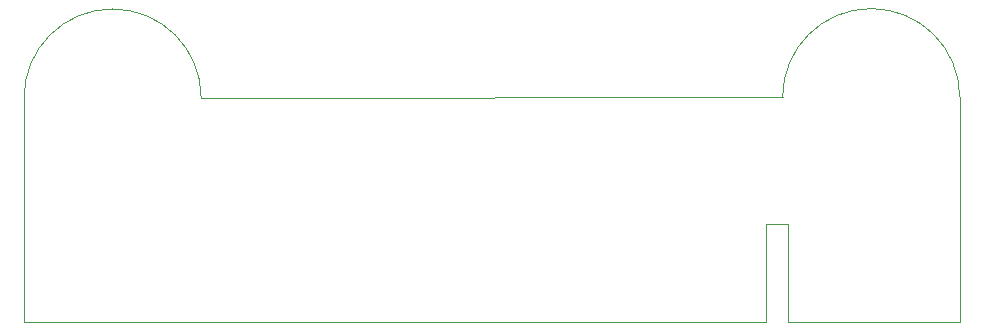
<source format=gbr>
%TF.GenerationSoftware,KiCad,Pcbnew,7.0.10*%
%TF.CreationDate,2024-01-09T10:53:44-06:00*%
%TF.ProjectId,PCI_Blaster,5043495f-426c-4617-9374-65722e6b6963,rev?*%
%TF.SameCoordinates,Original*%
%TF.FileFunction,Profile,NP*%
%FSLAX46Y46*%
G04 Gerber Fmt 4.6, Leading zero omitted, Abs format (unit mm)*
G04 Created by KiCad (PCBNEW 7.0.10) date 2024-01-09 10:53:44*
%MOMM*%
%LPD*%
G01*
G04 APERTURE LIST*
%TA.AperFunction,Profile*%
%ADD10C,0.100000*%
%TD*%
G04 APERTURE END LIST*
D10*
X178599997Y-94434530D02*
X178700000Y-94425000D01*
X193700000Y-94980000D02*
X193700000Y-94425000D01*
X179125000Y-105175000D02*
X179125000Y-113425000D01*
X114475000Y-105175000D02*
X114475000Y-113425000D01*
X177325000Y-105175000D02*
X179125000Y-105175000D01*
X193700000Y-94425000D02*
G75*
G03*
X178700000Y-94425000I-7500000J0D01*
G01*
X129599997Y-94465454D02*
X129475000Y-94460000D01*
X129475000Y-94460000D02*
G75*
G03*
X114475000Y-94460000I-7500000J0D01*
G01*
X178599997Y-94434530D02*
X129599997Y-94465454D01*
X177325000Y-113425000D02*
X177325000Y-105175000D01*
X114475000Y-95000000D02*
X114475000Y-105175000D01*
X114475000Y-95000000D02*
X114475000Y-94460000D01*
X179125000Y-113425000D02*
X193700000Y-113425000D01*
X193700000Y-113425000D02*
X193700000Y-94980000D01*
X114475000Y-113425000D02*
X177325000Y-113425000D01*
M02*

</source>
